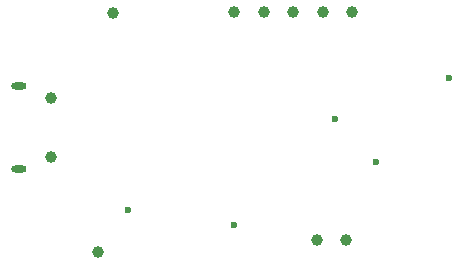
<source format=gbr>
%TF.GenerationSoftware,KiCad,Pcbnew,6.0.7-f9a2dced07~116~ubuntu22.04.1*%
%TF.CreationDate,2022-09-14T12:05:55-03:00*%
%TF.ProjectId,tp4056,74703430-3536-42e6-9b69-6361645f7063,rev?*%
%TF.SameCoordinates,Original*%
%TF.FileFunction,Plated,1,2,PTH,Mixed*%
%TF.FilePolarity,Positive*%
%FSLAX46Y46*%
G04 Gerber Fmt 4.6, Leading zero omitted, Abs format (unit mm)*
G04 Created by KiCad (PCBNEW 6.0.7-f9a2dced07~116~ubuntu22.04.1) date 2022-09-14 12:05:55*
%MOMM*%
%LPD*%
G01*
G04 APERTURE LIST*
%TA.AperFunction,ViaDrill*%
%ADD10C,0.600000*%
%TD*%
G04 aperture for slot hole*
%TA.AperFunction,ComponentDrill*%
%ADD11O,1.300000X0.600000*%
%TD*%
%TA.AperFunction,ComponentDrill*%
%ADD12C,1.000000*%
%TD*%
G04 APERTURE END LIST*
D10*
X185000000Y-107500000D03*
X194000000Y-108750000D03*
X202500000Y-99750000D03*
X205986083Y-103372796D03*
X212175500Y-96324500D03*
D11*
%TO.C,J3*%
X175762500Y-97000000D03*
X175762500Y-104000000D03*
D12*
X178462500Y-98000000D03*
X178462500Y-103000000D03*
%TO.C,J2*%
X182500000Y-111000000D03*
%TO.C,J1*%
X183750000Y-90750000D03*
%TO.C,J6*%
X194000000Y-90700000D03*
X196500000Y-90700000D03*
X199000000Y-90700000D03*
%TO.C,J4*%
X201000000Y-110000000D03*
%TO.C,J6*%
X201500000Y-90700000D03*
%TO.C,J4*%
X203500000Y-110000000D03*
%TO.C,J6*%
X204000000Y-90700000D03*
M02*

</source>
